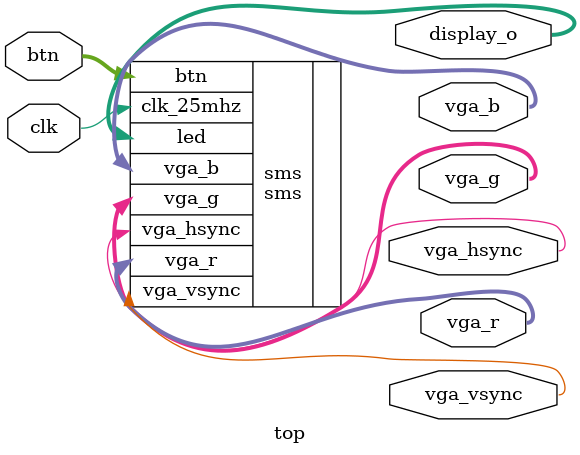
<source format=v>
module top (
    input        clk,
    output [7:0] display_o,

    input [6:0]  btn,

    output       vga_hsync,
    output       vga_vsync,
    output [7:0] vga_r,
    output [7:0] vga_g,
    output [7:0] vga_b,
    );

    sms sms
    (
        .clk_25mhz(clk),

        // Buttons
        .btn(btn),

        .vga_hsync,
        .vga_vsync,
        .vga_r,
        .vga_g,
        .vga_b,  

        // Leds
        .led(display_o)
    );
  
    
endmodule
</source>
